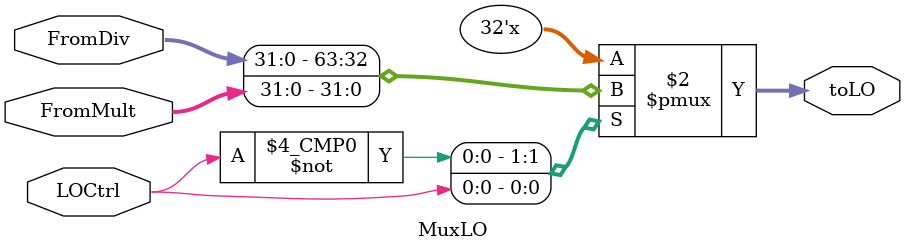
<source format=v>
module MuxLO (
input wire[31:0] FromDiv,
input wire[31:0] FromMult,
input wire[0:0] LOCtrl,
output reg[31:0] toLO
);
parameter S0 = 0, S1 = 1;
always @(*) begin
	case(LOCtrl)
		S0:
			toLO <= FromDiv;
		S1:
			toLO <= FromMult;
	endcase
end

endmodule

</source>
